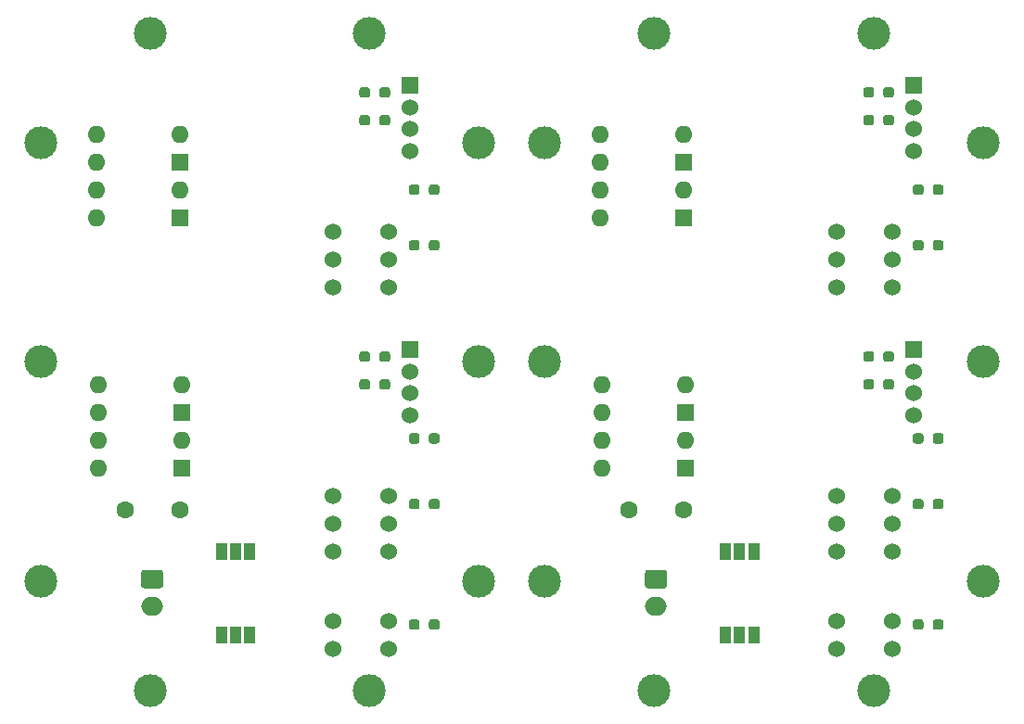
<source format=gbs>
G04 #@! TF.GenerationSoftware,KiCad,Pcbnew,(5.1.8)-1*
G04 #@! TF.CreationDate,2020-11-28T16:02:08+09:00*
G04 #@! TF.ProjectId,DigitalInput4chS,44696769-7461-46c4-996e-707574346368,2*
G04 #@! TF.SameCoordinates,Original*
G04 #@! TF.FileFunction,Soldermask,Bot*
G04 #@! TF.FilePolarity,Negative*
%FSLAX46Y46*%
G04 Gerber Fmt 4.6, Leading zero omitted, Abs format (unit mm)*
G04 Created by KiCad (PCBNEW (5.1.8)-1) date 2020-11-28 16:02:08*
%MOMM*%
%LPD*%
G01*
G04 APERTURE LIST*
%ADD10C,1.524000*%
%ADD11R,1.524000X1.524000*%
%ADD12C,3.000000*%
%ADD13O,1.600000X1.600000*%
%ADD14R,1.600000X1.600000*%
%ADD15O,2.000000X1.700000*%
%ADD16C,1.600000*%
%ADD17R,1.000000X1.500000*%
G04 APERTURE END LIST*
G36*
G01*
X143425000Y-141237500D02*
X143425000Y-140762500D01*
G75*
G02*
X143662500Y-140525000I237500J0D01*
G01*
X144162500Y-140525000D01*
G75*
G02*
X144400000Y-140762500I0J-237500D01*
G01*
X144400000Y-141237500D01*
G75*
G02*
X144162500Y-141475000I-237500J0D01*
G01*
X143662500Y-141475000D01*
G75*
G02*
X143425000Y-141237500I0J237500D01*
G01*
G37*
G36*
G01*
X141600000Y-141237500D02*
X141600000Y-140762500D01*
G75*
G02*
X141837500Y-140525000I237500J0D01*
G01*
X142337500Y-140525000D01*
G75*
G02*
X142575000Y-140762500I0J-237500D01*
G01*
X142575000Y-141237500D01*
G75*
G02*
X142337500Y-141475000I-237500J0D01*
G01*
X141837500Y-141475000D01*
G75*
G02*
X141600000Y-141237500I0J237500D01*
G01*
G37*
D10*
X141655000Y-132885000D03*
X141655000Y-130885000D03*
X141655000Y-128885000D03*
D11*
X141655000Y-126885000D03*
G36*
G01*
X143425000Y-117597500D02*
X143425000Y-117122500D01*
G75*
G02*
X143662500Y-116885000I237500J0D01*
G01*
X144162500Y-116885000D01*
G75*
G02*
X144400000Y-117122500I0J-237500D01*
G01*
X144400000Y-117597500D01*
G75*
G02*
X144162500Y-117835000I-237500J0D01*
G01*
X143662500Y-117835000D01*
G75*
G02*
X143425000Y-117597500I0J237500D01*
G01*
G37*
G36*
G01*
X141600000Y-117597500D02*
X141600000Y-117122500D01*
G75*
G02*
X141837500Y-116885000I237500J0D01*
G01*
X142337500Y-116885000D01*
G75*
G02*
X142575000Y-117122500I0J-237500D01*
G01*
X142575000Y-117597500D01*
G75*
G02*
X142337500Y-117835000I-237500J0D01*
G01*
X141837500Y-117835000D01*
G75*
G02*
X141600000Y-117597500I0J237500D01*
G01*
G37*
G36*
G01*
X143425000Y-152237500D02*
X143425000Y-151762500D01*
G75*
G02*
X143662500Y-151525000I237500J0D01*
G01*
X144162500Y-151525000D01*
G75*
G02*
X144400000Y-151762500I0J-237500D01*
G01*
X144400000Y-152237500D01*
G75*
G02*
X144162500Y-152475000I-237500J0D01*
G01*
X143662500Y-152475000D01*
G75*
G02*
X143425000Y-152237500I0J237500D01*
G01*
G37*
G36*
G01*
X141600000Y-152237500D02*
X141600000Y-151762500D01*
G75*
G02*
X141837500Y-151525000I237500J0D01*
G01*
X142337500Y-151525000D01*
G75*
G02*
X142575000Y-151762500I0J-237500D01*
G01*
X142575000Y-152237500D01*
G75*
G02*
X142337500Y-152475000I-237500J0D01*
G01*
X141837500Y-152475000D01*
G75*
G02*
X141600000Y-152237500I0J237500D01*
G01*
G37*
D12*
X148000000Y-128000000D03*
X138000000Y-158000000D03*
D13*
X113080000Y-114820000D03*
X120700000Y-112280000D03*
X113080000Y-112280000D03*
D14*
X120700000Y-114820000D03*
D13*
X113080000Y-109740000D03*
X120700000Y-107200000D03*
X113080000Y-107200000D03*
D14*
X120700000Y-109740000D03*
D10*
X134670000Y-140220000D03*
X139750000Y-140220000D03*
X139750000Y-145300000D03*
X134670000Y-145300000D03*
X139750000Y-142760000D03*
X134670000Y-142760000D03*
D12*
X118000000Y-158000000D03*
D15*
X118160000Y-150340000D03*
G36*
G01*
X117410000Y-146990000D02*
X118910000Y-146990000D01*
G75*
G02*
X119160000Y-147240000I0J-250000D01*
G01*
X119160000Y-148440000D01*
G75*
G02*
X118910000Y-148690000I-250000J0D01*
G01*
X117410000Y-148690000D01*
G75*
G02*
X117160000Y-148440000I0J250000D01*
G01*
X117160000Y-147240000D01*
G75*
G02*
X117410000Y-146990000I250000J0D01*
G01*
G37*
D13*
X113220000Y-132600000D03*
X120840000Y-130060000D03*
X113220000Y-130060000D03*
D14*
X120840000Y-132600000D03*
D12*
X108000000Y-128000000D03*
G36*
G01*
X143425000Y-135237500D02*
X143425000Y-134762500D01*
G75*
G02*
X143662500Y-134525000I237500J0D01*
G01*
X144162500Y-134525000D01*
G75*
G02*
X144400000Y-134762500I0J-237500D01*
G01*
X144400000Y-135237500D01*
G75*
G02*
X144162500Y-135475000I-237500J0D01*
G01*
X143662500Y-135475000D01*
G75*
G02*
X143425000Y-135237500I0J237500D01*
G01*
G37*
G36*
G01*
X141600000Y-135237500D02*
X141600000Y-134762500D01*
G75*
G02*
X141837500Y-134525000I237500J0D01*
G01*
X142337500Y-134525000D01*
G75*
G02*
X142575000Y-134762500I0J-237500D01*
G01*
X142575000Y-135237500D01*
G75*
G02*
X142337500Y-135475000I-237500J0D01*
G01*
X141837500Y-135475000D01*
G75*
G02*
X141600000Y-135237500I0J237500D01*
G01*
G37*
D13*
X113220000Y-137680000D03*
X120840000Y-135140000D03*
X113220000Y-135140000D03*
D14*
X120840000Y-137680000D03*
D12*
X118000000Y-98000000D03*
X108000000Y-108000000D03*
D16*
X115700000Y-141490000D03*
X120700000Y-141490000D03*
G36*
G01*
X138055000Y-103152500D02*
X138055000Y-103627500D01*
G75*
G02*
X137817500Y-103865000I-237500J0D01*
G01*
X137317500Y-103865000D01*
G75*
G02*
X137080000Y-103627500I0J237500D01*
G01*
X137080000Y-103152500D01*
G75*
G02*
X137317500Y-102915000I237500J0D01*
G01*
X137817500Y-102915000D01*
G75*
G02*
X138055000Y-103152500I0J-237500D01*
G01*
G37*
G36*
G01*
X139880000Y-103152500D02*
X139880000Y-103627500D01*
G75*
G02*
X139642500Y-103865000I-237500J0D01*
G01*
X139142500Y-103865000D01*
G75*
G02*
X138905000Y-103627500I0J237500D01*
G01*
X138905000Y-103152500D01*
G75*
G02*
X139142500Y-102915000I237500J0D01*
G01*
X139642500Y-102915000D01*
G75*
G02*
X139880000Y-103152500I0J-237500D01*
G01*
G37*
D12*
X148000000Y-148000000D03*
X148000000Y-108000000D03*
D17*
X124480000Y-145300000D03*
X125780000Y-145300000D03*
X127080000Y-145300000D03*
D10*
X134670000Y-116090000D03*
X139750000Y-116090000D03*
X139750000Y-121170000D03*
X134670000Y-121170000D03*
X139750000Y-118630000D03*
X134670000Y-118630000D03*
X141655000Y-108755000D03*
X141655000Y-106755000D03*
X141655000Y-104755000D03*
D11*
X141655000Y-102755000D03*
D12*
X108000000Y-148000000D03*
G36*
G01*
X138055000Y-129822500D02*
X138055000Y-130297500D01*
G75*
G02*
X137817500Y-130535000I-237500J0D01*
G01*
X137317500Y-130535000D01*
G75*
G02*
X137080000Y-130297500I0J237500D01*
G01*
X137080000Y-129822500D01*
G75*
G02*
X137317500Y-129585000I237500J0D01*
G01*
X137817500Y-129585000D01*
G75*
G02*
X138055000Y-129822500I0J-237500D01*
G01*
G37*
G36*
G01*
X139880000Y-129822500D02*
X139880000Y-130297500D01*
G75*
G02*
X139642500Y-130535000I-237500J0D01*
G01*
X139142500Y-130535000D01*
G75*
G02*
X138905000Y-130297500I0J237500D01*
G01*
X138905000Y-129822500D01*
G75*
G02*
X139142500Y-129585000I237500J0D01*
G01*
X139642500Y-129585000D01*
G75*
G02*
X139880000Y-129822500I0J-237500D01*
G01*
G37*
G36*
G01*
X138055000Y-127282500D02*
X138055000Y-127757500D01*
G75*
G02*
X137817500Y-127995000I-237500J0D01*
G01*
X137317500Y-127995000D01*
G75*
G02*
X137080000Y-127757500I0J237500D01*
G01*
X137080000Y-127282500D01*
G75*
G02*
X137317500Y-127045000I237500J0D01*
G01*
X137817500Y-127045000D01*
G75*
G02*
X138055000Y-127282500I0J-237500D01*
G01*
G37*
G36*
G01*
X139880000Y-127282500D02*
X139880000Y-127757500D01*
G75*
G02*
X139642500Y-127995000I-237500J0D01*
G01*
X139142500Y-127995000D01*
G75*
G02*
X138905000Y-127757500I0J237500D01*
G01*
X138905000Y-127282500D01*
G75*
G02*
X139142500Y-127045000I237500J0D01*
G01*
X139642500Y-127045000D01*
G75*
G02*
X139880000Y-127282500I0J-237500D01*
G01*
G37*
D10*
X139750000Y-154190000D03*
X134670000Y-154190000D03*
X139750000Y-151650000D03*
X134670000Y-151650000D03*
D12*
X138000000Y-98000000D03*
G36*
G01*
X138055000Y-105692500D02*
X138055000Y-106167500D01*
G75*
G02*
X137817500Y-106405000I-237500J0D01*
G01*
X137317500Y-106405000D01*
G75*
G02*
X137080000Y-106167500I0J237500D01*
G01*
X137080000Y-105692500D01*
G75*
G02*
X137317500Y-105455000I237500J0D01*
G01*
X137817500Y-105455000D01*
G75*
G02*
X138055000Y-105692500I0J-237500D01*
G01*
G37*
G36*
G01*
X139880000Y-105692500D02*
X139880000Y-106167500D01*
G75*
G02*
X139642500Y-106405000I-237500J0D01*
G01*
X139142500Y-106405000D01*
G75*
G02*
X138905000Y-106167500I0J237500D01*
G01*
X138905000Y-105692500D01*
G75*
G02*
X139142500Y-105455000I237500J0D01*
G01*
X139642500Y-105455000D01*
G75*
G02*
X139880000Y-105692500I0J-237500D01*
G01*
G37*
G36*
G01*
X143425000Y-112517500D02*
X143425000Y-112042500D01*
G75*
G02*
X143662500Y-111805000I237500J0D01*
G01*
X144162500Y-111805000D01*
G75*
G02*
X144400000Y-112042500I0J-237500D01*
G01*
X144400000Y-112517500D01*
G75*
G02*
X144162500Y-112755000I-237500J0D01*
G01*
X143662500Y-112755000D01*
G75*
G02*
X143425000Y-112517500I0J237500D01*
G01*
G37*
G36*
G01*
X141600000Y-112517500D02*
X141600000Y-112042500D01*
G75*
G02*
X141837500Y-111805000I237500J0D01*
G01*
X142337500Y-111805000D01*
G75*
G02*
X142575000Y-112042500I0J-237500D01*
G01*
X142575000Y-112517500D01*
G75*
G02*
X142337500Y-112755000I-237500J0D01*
G01*
X141837500Y-112755000D01*
G75*
G02*
X141600000Y-112517500I0J237500D01*
G01*
G37*
D17*
X124480000Y-152920000D03*
X125780000Y-152920000D03*
X127080000Y-152920000D03*
G36*
G01*
X95600000Y-141237500D02*
X95600000Y-140762500D01*
G75*
G02*
X95837500Y-140525000I237500J0D01*
G01*
X96337500Y-140525000D01*
G75*
G02*
X96575000Y-140762500I0J-237500D01*
G01*
X96575000Y-141237500D01*
G75*
G02*
X96337500Y-141475000I-237500J0D01*
G01*
X95837500Y-141475000D01*
G75*
G02*
X95600000Y-141237500I0J237500D01*
G01*
G37*
G36*
G01*
X97425000Y-141237500D02*
X97425000Y-140762500D01*
G75*
G02*
X97662500Y-140525000I237500J0D01*
G01*
X98162500Y-140525000D01*
G75*
G02*
X98400000Y-140762500I0J-237500D01*
G01*
X98400000Y-141237500D01*
G75*
G02*
X98162500Y-141475000I-237500J0D01*
G01*
X97662500Y-141475000D01*
G75*
G02*
X97425000Y-141237500I0J237500D01*
G01*
G37*
G36*
G01*
X95600000Y-152237500D02*
X95600000Y-151762500D01*
G75*
G02*
X95837500Y-151525000I237500J0D01*
G01*
X96337500Y-151525000D01*
G75*
G02*
X96575000Y-151762500I0J-237500D01*
G01*
X96575000Y-152237500D01*
G75*
G02*
X96337500Y-152475000I-237500J0D01*
G01*
X95837500Y-152475000D01*
G75*
G02*
X95600000Y-152237500I0J237500D01*
G01*
G37*
G36*
G01*
X97425000Y-152237500D02*
X97425000Y-151762500D01*
G75*
G02*
X97662500Y-151525000I237500J0D01*
G01*
X98162500Y-151525000D01*
G75*
G02*
X98400000Y-151762500I0J-237500D01*
G01*
X98400000Y-152237500D01*
G75*
G02*
X98162500Y-152475000I-237500J0D01*
G01*
X97662500Y-152475000D01*
G75*
G02*
X97425000Y-152237500I0J237500D01*
G01*
G37*
G36*
G01*
X95600000Y-117597500D02*
X95600000Y-117122500D01*
G75*
G02*
X95837500Y-116885000I237500J0D01*
G01*
X96337500Y-116885000D01*
G75*
G02*
X96575000Y-117122500I0J-237500D01*
G01*
X96575000Y-117597500D01*
G75*
G02*
X96337500Y-117835000I-237500J0D01*
G01*
X95837500Y-117835000D01*
G75*
G02*
X95600000Y-117597500I0J237500D01*
G01*
G37*
G36*
G01*
X97425000Y-117597500D02*
X97425000Y-117122500D01*
G75*
G02*
X97662500Y-116885000I237500J0D01*
G01*
X98162500Y-116885000D01*
G75*
G02*
X98400000Y-117122500I0J-237500D01*
G01*
X98400000Y-117597500D01*
G75*
G02*
X98162500Y-117835000I-237500J0D01*
G01*
X97662500Y-117835000D01*
G75*
G02*
X97425000Y-117597500I0J237500D01*
G01*
G37*
D11*
X95655000Y-126885000D03*
D10*
X95655000Y-128885000D03*
X95655000Y-130885000D03*
X95655000Y-132885000D03*
X88670000Y-118630000D03*
X93750000Y-118630000D03*
X88670000Y-121170000D03*
X93750000Y-121170000D03*
X93750000Y-116090000D03*
X88670000Y-116090000D03*
D17*
X81080000Y-152920000D03*
X79780000Y-152920000D03*
X78480000Y-152920000D03*
D11*
X95655000Y-102755000D03*
D10*
X95655000Y-104755000D03*
X95655000Y-106755000D03*
X95655000Y-108755000D03*
X88670000Y-142760000D03*
X93750000Y-142760000D03*
X88670000Y-145300000D03*
X93750000Y-145300000D03*
X93750000Y-140220000D03*
X88670000Y-140220000D03*
D17*
X81080000Y-145300000D03*
X79780000Y-145300000D03*
X78480000Y-145300000D03*
G36*
G01*
X95600000Y-112517500D02*
X95600000Y-112042500D01*
G75*
G02*
X95837500Y-111805000I237500J0D01*
G01*
X96337500Y-111805000D01*
G75*
G02*
X96575000Y-112042500I0J-237500D01*
G01*
X96575000Y-112517500D01*
G75*
G02*
X96337500Y-112755000I-237500J0D01*
G01*
X95837500Y-112755000D01*
G75*
G02*
X95600000Y-112517500I0J237500D01*
G01*
G37*
G36*
G01*
X97425000Y-112517500D02*
X97425000Y-112042500D01*
G75*
G02*
X97662500Y-111805000I237500J0D01*
G01*
X98162500Y-111805000D01*
G75*
G02*
X98400000Y-112042500I0J-237500D01*
G01*
X98400000Y-112517500D01*
G75*
G02*
X98162500Y-112755000I-237500J0D01*
G01*
X97662500Y-112755000D01*
G75*
G02*
X97425000Y-112517500I0J237500D01*
G01*
G37*
D10*
X88670000Y-151650000D03*
X93750000Y-151650000D03*
X88670000Y-154190000D03*
X93750000Y-154190000D03*
G36*
G01*
X95600000Y-135237500D02*
X95600000Y-134762500D01*
G75*
G02*
X95837500Y-134525000I237500J0D01*
G01*
X96337500Y-134525000D01*
G75*
G02*
X96575000Y-134762500I0J-237500D01*
G01*
X96575000Y-135237500D01*
G75*
G02*
X96337500Y-135475000I-237500J0D01*
G01*
X95837500Y-135475000D01*
G75*
G02*
X95600000Y-135237500I0J237500D01*
G01*
G37*
G36*
G01*
X97425000Y-135237500D02*
X97425000Y-134762500D01*
G75*
G02*
X97662500Y-134525000I237500J0D01*
G01*
X98162500Y-134525000D01*
G75*
G02*
X98400000Y-134762500I0J-237500D01*
G01*
X98400000Y-135237500D01*
G75*
G02*
X98162500Y-135475000I-237500J0D01*
G01*
X97662500Y-135475000D01*
G75*
G02*
X97425000Y-135237500I0J237500D01*
G01*
G37*
G36*
G01*
X71410000Y-146990000D02*
X72910000Y-146990000D01*
G75*
G02*
X73160000Y-147240000I0J-250000D01*
G01*
X73160000Y-148440000D01*
G75*
G02*
X72910000Y-148690000I-250000J0D01*
G01*
X71410000Y-148690000D01*
G75*
G02*
X71160000Y-148440000I0J250000D01*
G01*
X71160000Y-147240000D01*
G75*
G02*
X71410000Y-146990000I250000J0D01*
G01*
G37*
D15*
X72160000Y-150340000D03*
D14*
X74840000Y-137680000D03*
D13*
X67220000Y-135140000D03*
X74840000Y-135140000D03*
X67220000Y-137680000D03*
D14*
X74840000Y-132600000D03*
D13*
X67220000Y-130060000D03*
X74840000Y-130060000D03*
X67220000Y-132600000D03*
D12*
X62000000Y-108000000D03*
G36*
G01*
X93880000Y-105692500D02*
X93880000Y-106167500D01*
G75*
G02*
X93642500Y-106405000I-237500J0D01*
G01*
X93142500Y-106405000D01*
G75*
G02*
X92905000Y-106167500I0J237500D01*
G01*
X92905000Y-105692500D01*
G75*
G02*
X93142500Y-105455000I237500J0D01*
G01*
X93642500Y-105455000D01*
G75*
G02*
X93880000Y-105692500I0J-237500D01*
G01*
G37*
G36*
G01*
X92055000Y-105692500D02*
X92055000Y-106167500D01*
G75*
G02*
X91817500Y-106405000I-237500J0D01*
G01*
X91317500Y-106405000D01*
G75*
G02*
X91080000Y-106167500I0J237500D01*
G01*
X91080000Y-105692500D01*
G75*
G02*
X91317500Y-105455000I237500J0D01*
G01*
X91817500Y-105455000D01*
G75*
G02*
X92055000Y-105692500I0J-237500D01*
G01*
G37*
X92000000Y-98000000D03*
D16*
X74700000Y-141490000D03*
X69700000Y-141490000D03*
D12*
X102000000Y-108000000D03*
X72000000Y-98000000D03*
G36*
G01*
X93880000Y-103152500D02*
X93880000Y-103627500D01*
G75*
G02*
X93642500Y-103865000I-237500J0D01*
G01*
X93142500Y-103865000D01*
G75*
G02*
X92905000Y-103627500I0J237500D01*
G01*
X92905000Y-103152500D01*
G75*
G02*
X93142500Y-102915000I237500J0D01*
G01*
X93642500Y-102915000D01*
G75*
G02*
X93880000Y-103152500I0J-237500D01*
G01*
G37*
G36*
G01*
X92055000Y-103152500D02*
X92055000Y-103627500D01*
G75*
G02*
X91817500Y-103865000I-237500J0D01*
G01*
X91317500Y-103865000D01*
G75*
G02*
X91080000Y-103627500I0J237500D01*
G01*
X91080000Y-103152500D01*
G75*
G02*
X91317500Y-102915000I237500J0D01*
G01*
X91817500Y-102915000D01*
G75*
G02*
X92055000Y-103152500I0J-237500D01*
G01*
G37*
X62000000Y-128000000D03*
X72000000Y-158000000D03*
X102000000Y-148000000D03*
G36*
G01*
X93880000Y-127282500D02*
X93880000Y-127757500D01*
G75*
G02*
X93642500Y-127995000I-237500J0D01*
G01*
X93142500Y-127995000D01*
G75*
G02*
X92905000Y-127757500I0J237500D01*
G01*
X92905000Y-127282500D01*
G75*
G02*
X93142500Y-127045000I237500J0D01*
G01*
X93642500Y-127045000D01*
G75*
G02*
X93880000Y-127282500I0J-237500D01*
G01*
G37*
G36*
G01*
X92055000Y-127282500D02*
X92055000Y-127757500D01*
G75*
G02*
X91817500Y-127995000I-237500J0D01*
G01*
X91317500Y-127995000D01*
G75*
G02*
X91080000Y-127757500I0J237500D01*
G01*
X91080000Y-127282500D01*
G75*
G02*
X91317500Y-127045000I237500J0D01*
G01*
X91817500Y-127045000D01*
G75*
G02*
X92055000Y-127282500I0J-237500D01*
G01*
G37*
X62000000Y-148000000D03*
G36*
G01*
X93880000Y-129822500D02*
X93880000Y-130297500D01*
G75*
G02*
X93642500Y-130535000I-237500J0D01*
G01*
X93142500Y-130535000D01*
G75*
G02*
X92905000Y-130297500I0J237500D01*
G01*
X92905000Y-129822500D01*
G75*
G02*
X93142500Y-129585000I237500J0D01*
G01*
X93642500Y-129585000D01*
G75*
G02*
X93880000Y-129822500I0J-237500D01*
G01*
G37*
G36*
G01*
X92055000Y-129822500D02*
X92055000Y-130297500D01*
G75*
G02*
X91817500Y-130535000I-237500J0D01*
G01*
X91317500Y-130535000D01*
G75*
G02*
X91080000Y-130297500I0J237500D01*
G01*
X91080000Y-129822500D01*
G75*
G02*
X91317500Y-129585000I237500J0D01*
G01*
X91817500Y-129585000D01*
G75*
G02*
X92055000Y-129822500I0J-237500D01*
G01*
G37*
X102000000Y-128000000D03*
X92000000Y-158000000D03*
D14*
X74700000Y-114820000D03*
D13*
X67080000Y-112280000D03*
X74700000Y-112280000D03*
X67080000Y-114820000D03*
D14*
X74700000Y-109740000D03*
D13*
X67080000Y-107200000D03*
X74700000Y-107200000D03*
X67080000Y-109740000D03*
M02*

</source>
